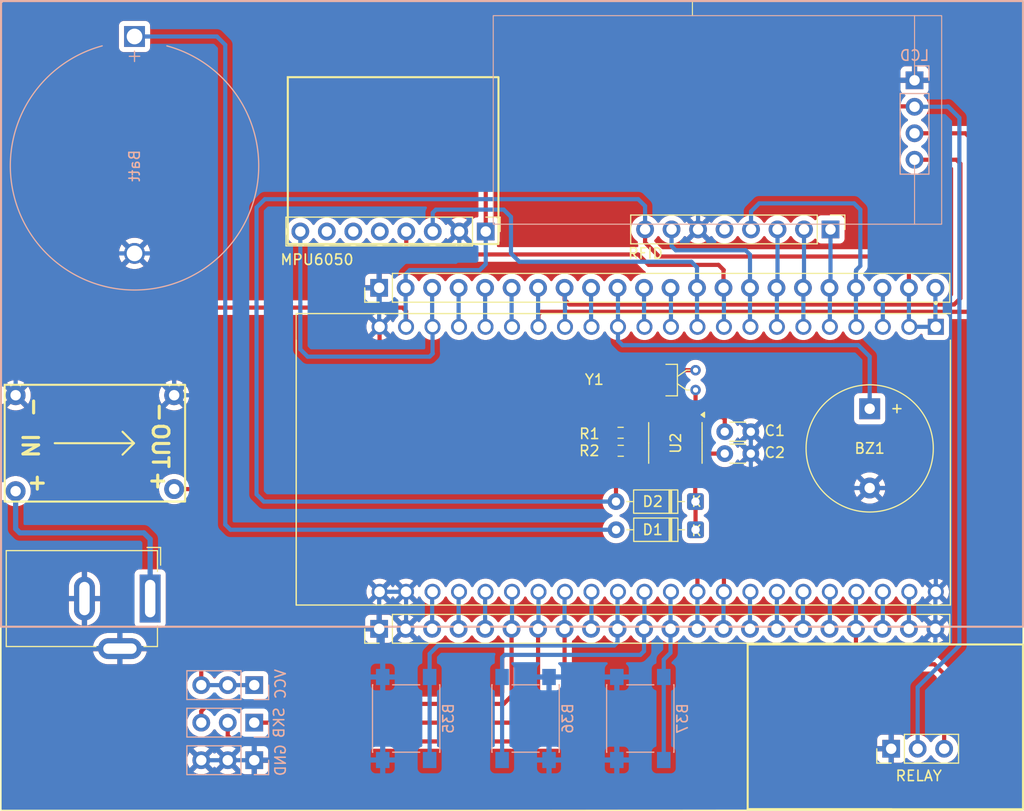
<source format=kicad_pcb>
(kicad_pcb (version 20241229) (generator "pcbnew") (generator_version "9.0")
  (layers (0 "F.Cu" signal) (2 "B.Cu" signal) (13 "F.Paste" user) (15 "B.Paste" user) (5 "F.SilkS" user "F.Silkscreen") (7 "B.SilkS" user "B.Silkscreen") (1 "F.Mask" user) (3 "B.Mask" user) (25 "Edge.Cuts" user))
  (net 0 "")
  (net 1 "Net-(BT1-+)")
  (net 2 "GND")
  (net 3 "/IO3")
  (net 4 "Net-(U2-OSCI)")
  (net 5 "Net-(U2-OSCO)")
  (net 6 "Net-(D1-K)")
  (net 7 "/3V3")
  (net 8 "/IO6")
  (net 9 "/IO15")
  (net 10 "/IO4")
  (net 11 "/IO5")
  (net 12 "/IO7")
  (net 13 "/IO10")
  (net 14 "/IO9")
  (net 15 "/5V")
  (net 16 "/IO13")
  (net 17 "/IO1")
  (net 18 "/IO11")
  (net 19 "/IO12")
  (net 20 "/IO16")
  (net 21 "/IO2")
  (net 22 "/IO17")
  (net 23 "/IO18")
  (net 24 "/RST")
  (net 25 "/IO14")
  (net 26 "/IO46")
  (net 27 "/IO8")
  (net 28 "/IO0")
  (net 29 "/IO37")
  (net 30 "/IO19")
  (net 31 "/IO40")
  (net 32 "/IO21")
  (net 33 "/IO41")
  (net 34 "/IO35")
  (net 35 "/IO45")
  (net 36 "/IO44")
  (net 37 "/IO42")
  (net 38 "/IO48")
  (net 39 "/IO20")
  (net 40 "/IO38")
  (net 41 "/IO36")
  (net 42 "/IO43")
  (net 43 "/IO39")
  (net 44 "/IO47")
  (net 47 "/Vin")
  (footprint "Resistor_SMD:R_0603_1608Metric_Pad0.98x0.95mm_HandSolder" (layer "F.Cu") (at 156.2125 76.5)
    (property "Reference" "R1")
    (property "Value" "10K" (hide yes))
  )
  (footprint "klemens:mini360" (layer "F.Cu") (at 105.7 77.4)
    (property "Reference" "J10" (hide yes))
    (property "Value" "Mini360" (hide yes))
  )
  (footprint "klemens:XCVR_ESP32-S3-DEVKITC-1-N8R2" (layer "F.Cu") (at 156.47 77.77 -90)
    (property "Reference" "U1" (hide yes))
    (property "Value" "ESP32-S3-DEVKITC-1-N8R2" (hide yes))
  )
  (footprint "Crystal:Crystal_DS26_D2.0mm_L6.0mm_Horizontal_1EP_style1" (layer "F.Cu") (at 163.4 70.5 -90)
    (property "Reference" "Y1")
    (property "Value" "32.768 KHz")
  )
  (footprint "Capacitor_THT:C_Disc_D3.0mm_W1.6mm_P2.50mm" (layer "F.Cu") (at 168.7 76.4 180)
    (property "Reference" "C1")
    (property "Value" "22pf" (hide yes))
  )
  (footprint "Connector_PinHeader_2.54mm:PinHeader_1x22_P2.54mm_Vertical" (layer "F.Cu") (at 133.06 95.3 90)
    (property "Reference" "J7" (hide yes))
    (property "Value" "Conn_01x22_Pin" (hide yes))
  )
  (footprint "Capacitor_THT:C_Disc_D3.0mm_W1.6mm_P2.50mm" (layer "F.Cu") (at 168.7 78.5 180)
    (property "Reference" "C2")
    (property "Value" "22pf" (hide yes))
  )
  (footprint "Connector_PinHeader_2.54mm:PinHeader_1x03_P2.54mm_Vertical" (layer "F.Cu") (at 182.16 106.8 90)
    (property "Reference" "RELAY")
    (property "Value" "Relay" (hide yes))
  )
  (footprint "Diode_THT:D_DO-35_SOD27_P7.62mm_Horizontal" (layer "F.Cu") (at 163.39 83.1 180)
    (property "Reference" "D2")
    (property "Value" "1N4148" (hide yes))
  )
  (footprint "Package_SO:SOIC-8_3.9x4.9mm_P1.27mm" (layer "F.Cu") (at 161.465 77.475 -90)
    (property "Reference" "U2")
    (property "Value" "PCF8563T" (hide yes))
  )
  (footprint "Diode_THT:D_DO-35_SOD27_P7.62mm_Horizontal" (layer "F.Cu") (at 163.4 85.8 180)
    (property "Reference" "D1")
    (property "Value" "1N4148" (hide yes))
  )
  (footprint "Connector_PinHeader_2.54mm:PinHeader_1x08_P2.54mm_Vertical" (layer "F.Cu") (at 176.34 57 -90)
    (property "Reference" "RFID")
    (property "Value" "RFID" (hide yes))
  )
  (footprint "Connector_PinHeader_2.54mm:PinHeader_1x08_P2.54mm_Vertical" (layer "F.Cu") (at 143.28 57.2 -90)
    (property "Reference" "MPU6050")
    (property "Value" "MPU6050" (hide yes))
  )
  (footprint "Connector_PinHeader_2.54mm:PinHeader_1x22_P2.54mm_Vertical" (layer "F.Cu") (at 133.06 62.6 90)
    (property "Reference" "J6" (hide yes))
    (property "Value" "Conn_01x22_Pin" (hide yes))
  )
  (footprint "Resistor_SMD:R_0603_1608Metric_Pad0.98x0.95mm_HandSolder" (layer "F.Cu") (at 156.225 78.23)
    (property "Reference" "R2")
    (property "Value" "10K" (hide yes))
  )
  (footprint "Connector_BarrelJack:BarrelJack_GCT_DCJ200-10-A_Horizontal" (layer "F.Cu") (at 111.1 92.4 -90)
    (property "Reference" "J11" (hide yes))
    (property "Value" "Barrel_Jack_Switch" (hide yes))
  )
  (footprint "Buzzer_Beeper:Buzzer_12x9.5RM7.6" (layer "F.Cu") (at 180.1 74.2 -90)
    (property "Reference" "BZ1")
    (property "Value" "Buzzer" (hide yes))
  )
  (footprint "Connector_PinHeader_2.54mm:PinHeader_1x03_P2.54mm_Vertical" (layer "B.Cu") (at 121.08 100.7 90)
    (property "Reference" "VCC")
    (property "Value" "VCC" (hide yes))
  )
  (footprint "Button_Switch_SMD:SW_SPST_PTS645" (layer "B.Cu") (at 158.1 103.9 90)
    (property "Reference" "B37")
    (property "Value" "SW_Push" (hide yes))
  )
  (footprint "Connector_PinHeader_2.54mm:PinHeader_1x04_P2.54mm_Vertical" (layer "B.Cu") (at 184.4 42.7 180)
    (property "Reference" "LCD")
    (property "Value" "LCD" (hide yes))
  )
  (footprint "Connector_PinHeader_2.54mm:PinHeader_1x03_P2.54mm_Vertical" (layer "B.Cu") (at 121.08 107.9 90)
    (property "Reference" "GND")
    (property "Value" "GND" (hide yes))
  )
  (footprint "Connector_PinHeader_2.54mm:PinHeader_1x03_P2.54mm_Vertical" (layer "B.Cu") (at 121.08 104.3 90)
    (property "Reference" "SKB")
    (property "Value" "Şarj-Kontak-Battery" (hide yes))
  )
  (footprint "Button_Switch_SMD:SW_SPST_PTS645" (layer "B.Cu") (at 135.65 103.9 90)
    (property "Reference" "B35")
    (property "Value" "Wifi Button" (hide yes))
  )
  (footprint "Battery:BatteryHolder_MYOUNG_BS-07-A1BJ001_CR2032" (layer "B.Cu") (at 109.6 38.5 -90)
    (property "Reference" "BT1" (hide yes))
    (property "Value" "Battery_Cell" (hide yes))
  )
  (footprint "Button_Switch_SMD:SW_SPST_PTS645" (layer "B.Cu") (at 147.1 103.9 90)
    (property "Reference" "B36")
    (property "Value" "SW_Push" (hide yes))
  )
  (gr_line (start 168.4 112.6) (end 182.2 112.6) (stroke (width 0.2)) (layer "F.SilkS"))
  (gr_line (start 163.1 35.1) (end 163.1 36.5) (stroke (width 0.1)) (layer "F.SilkS"))
  (gr_rect (start 124.3 42.4) (end 144.5 58.4) (stroke (width 0.2)) (fill no) (layer "F.SilkS"))
  (gr_rect (start 96.8 35.1) (end 194.8 112.7) (stroke (width 0.1)) (fill no) (layer "F.SilkS"))
  (gr_rect (start 168.4 96.8) (end 194.8 112.6) (stroke (width 0.2)) (fill no) (layer "F.SilkS"))
  (gr_rect (start 144 36.5) (end 187 56.5) (stroke (width 0.1)) (fill no) (layer "B.SilkS"))
  (gr_rect (start 96.8 35.1) (end 194.8 95.1) (stroke (width 0.2)) (fill no) (layer "B.SilkS"))
  (gr_line (start 184.4 56.5) (end 184.4 50.5) (stroke (width 0.1)) (layer "B.SilkS"))
  (gr_line (start 184.4 36.5) (end 184.4 42.5) (stroke (width 0.1)) (layer "B.SilkS"))
  (segment (start 117.5 38.5) (end 109.6 38.5) (width 0.4) (layer "B.Cu") (net 1))
  (segment (start 155.78 85.8) (end 118.8 85.8) (width 0.4) (layer "B.Cu") (net 1))
  (segment (start 118.3 39.3) (end 117.5 38.5) (width 0.4) (layer "B.Cu") (net 1))
  (segment (start 118.8 85.8) (end 118.3 85.3) (width 0.4) (layer "B.Cu") (net 1))
  (segment (start 118.3 85.3) (end 118.3 39.3) (width 0.4) (layer "B.Cu") (net 1))
  (segment (start 133.06 62.6) (end 113.8 62.6) (width 0.4) (layer "F.Cu") (net 2))
  (segment (start 152.4 68.6) (end 133.6 68.6) (width 0.4) (layer "F.Cu") (net 2))
  (segment (start 191.6 44.3) (end 191.6 81.1) (width 0.4) (layer "F.Cu") (net 2))
  (segment (start 133.6 68.6) (end 133.1 68.1) (width 0.4) (layer "F.Cu") (net 2))
  (segment (start 113.4 63) (end 113.4 72.9) (width 0.4) (layer "F.Cu") (net 2))
  (segment (start 159.56 75) (end 153.7 75) (width 0.4) (layer "F.Cu") (net 2))
  (segment (start 191.6 81.1) (end 190.9 81.8) (width 0.4) (layer "F.Cu") (net 2))
  (segment (start 184.4 42.7) (end 190 42.7) (width 0.4) (layer "F.Cu") (net 2))
  (segment (start 133.1 68.1) (end 133.1 66.34) (width 0.4) (layer "F.Cu") (net 2))
  (segment (start 190.9 81.8) (end 180.1 81.8) (width 0.4) (layer "F.Cu") (net 2))
  (segment (start 153.7 75) (end 152.9 74.2) (width 0.4) (layer "F.Cu") (net 2))
  (segment (start 113.8 62.6) (end 113.4 63) (width 0.4) (layer "F.Cu") (net 2))
  (segment (start 190 42.7) (end 191.6 44.3) (width 0.4) (layer "F.Cu") (net 2))
  (segment (start 152.9 69.1) (end 152.4 68.6) (width 0.4) (layer "F.Cu") (net 2))
  (segment (start 152.9 74.2) (end 152.9 69.1) (width 0.4) (layer "F.Cu") (net 2))
  (segment (start 135.64 91.75) (end 135.64 95.26) (width 0.4) (layer "B.Cu") (net 2))
  (segment (start 155.85 109.75) (end 155.8 109.8) (width 0.4) (layer "B.Cu") (net 2))
  (segment (start 117 95.3) (end 116.5 94.8) (width 0.4) (layer "B.Cu") (net 2))
  (segment (start 116.5 95.4) (end 116.5 94.8) (width 0.4) (layer "B.Cu") (net 2))
  (segment (start 112.7 59.3) (end 109.6 59.3) (width 0.4) (layer "B.Cu") (net 2))
  (segment (start 116.5 92.7) (end 116.5 92.5) (width 0.4) (layer "B.Cu") (net 2))
  (segment (start 186.4 96.6) (end 186.4 95.3) (width 0.4) (layer "B.Cu") (net 2))
  (segment (start 181.8 109.8) (end 182.16 109.44) (width 0.4) (layer "B.Cu") (net 2))
  (segment (start 116.5 92.5) (end 116.5 73.6) (width 0.4) (layer "B.Cu") (net 2))
  (segment (start 168.7 81.1) (end 168.7 78.5) (width 0.4) (layer "B.Cu") (net 2))
  (segment (start 133.06 91.79) (end 133.1 91.75) (width 0.4) (layer "B.Cu") (net 2))
  (segment (start 117 95.3) (end 116.5 95.8) (width 0.4) (layer "B.Cu") (net 2))
  (segment (start 116.5 95.8) (end 116.5 95.4) (width 0.4) (layer "B.Cu") (net 2))
  (segment (start 164.4 42.7) (end 184.4 42.7) (width 0.4) (layer "B.Cu") (net 2))
  (segment (start 186.4 95.3) (end 186.4 91.79) (width 0.4) (layer "B.Cu") (net 2))
  (segment (start 182.16 109.44) (end 182.16 106.8) (width 0.4) (layer "B.Cu") (net 2))
  (segment (start 116.5 96.6) (end 116.5 95.8) (width 0.4) (layer "B.Cu") (net 2))
  (segment (start 186.44 82.64) (end 185.6 81.8) (width 0.4) (layer "B.Cu") (net 2))
  (segment (start 115.9 97.2) (end 116.5 96.6) (width 0.4) (layer "B.Cu") (net 2))
  (segment (start 133.06 95.3) (end 133.06 91.79) (width 0.4) (layer "B.Cu") (net 2))
  (segment (start 105.6 97.2) (end 108.2 97.2) (width 0.4) (layer "B.Cu") (net 2))
  (segment (start 155.85 107.88) (end 155.85 99.92) (width 0.4) (layer "B.Cu") (net 2))
  (segment (start 186.44 91.75) (end 186.44 82.64) (width 0.4) (layer "B.Cu") (net 2))
  (segment (start 116.5 73.6) (end 115.8 72.9) (width 0.4) (layer "B.Cu") (net 2))
  (segment (start 163.64 57) (end 163.64 43.46) (width 0.4) (layer "B.Cu") (net 2))
  (segment (start 133.4 107.88) (end 133.4 109.4) (width 0.4) (layer "B.Cu") (net 2))
  (segment (start 116 107.9) (end 118.54 107.9) (width 0.4) (layer "B.Cu") (net 2))
  (segment (start 140.74 57.2) (end 140.74 59.76) (width 0.4) (layer "B.Cu") (net 2))
  (segment (start 149.2 109.8) (end 155.8 109.8) (width 0.4) (layer "B.Cu") (net 2))
  (segment (start 133.1 91.75) (end 135.64 91.75) (width 0.4) (layer "B.Cu") (net 2))
  (segment (start 133.4 99.92) (end 133.4 94.8) (width 0.4) (layer "B.Cu") (net 2))
  (segment (start 116.5 92.9) (end 116.5 92.7) (width 0.4) (layer "B.Cu") (net 2))
  (segment (start 140.4 60.1) (end 133.6 60.1) (width 0.4) (layer "B.Cu") (net 2))
  (segment (start 133.4 107.88) (end 133.4 99.92) (width 0.4) (layer "B.Cu") (net 2))
  (segment (start 133.06 60.64) (end 133.06 62.6) (width 0.4) (layer "B.Cu") (net 2))
  (segment (start 104.8 92.4) (end 104.8 96.4) (width 0.4) (layer "B.Cu") (net 2))
  (segment (start 182.16 100.84) (end 186.4 96.6) (width 0.4) (layer "B.Cu") (net 2))
  (segment (start 99.3 59.3) (end 109.6 59.3) (width 0.4) (layer "B.Cu") (net 2))
  (segment (start 180.1 81.8) (end 169.4 81.8) (width 0.4) (layer "B.Cu") (net 2))
  (segment (start 185.6 81.8) (end 180.1 81.8) (width 0.4) (layer "B.Cu") (net 2))
  (segment (start 115.8 72.9) (end 113.4 72.9) (width 0.4) (layer "B.Cu") (net 2))
  (segment (start 98.2 72.9) (end 98.2 60.4) (width 0.4) (layer "B.Cu") (net 2))
  (segment (start 168.7 78.5) (end 168.7 76.4) (width 0.4) (layer "B.Cu") (net 2))
  (segment (start 133.06 95.3) (end 117 95.3) (width 0.4) (layer "B.Cu") (net 2))
  (segment (start 155.85 107.88) (end 155.85 109.75) (width 0.4) (layer "B.Cu") (net 2))
  (segment (start 104.8 96.4) (end 105.6 97.2) (width 0.4) (layer "B.Cu") (net 2))
  (segment (start 140.74 59.76) (end 140.4 60.1) (width 0.4) (layer "B.Cu") (net 2))
  (segment (start 155.8 109.8) (end 181.8 109.8) (width 0.4) (layer "B.Cu") (net 2))
  (segment (start 133.4 109.4) (end 133.8 109.8) (width 0.4) (layer "B.Cu") (net 2))
  (segment (start 116.6 95.3) (end 116.5 95.4) (width 0.4) (layer "B.Cu") (net 2))
  (segment (start 104.9 92.9) (end 105.4 93.4) (width 0.4) (layer "B.Cu") (net 2))
  (segment (start 155.85 99.92) (end 149.35 99.92) (width 0.4) (layer "B.Cu") (net 2))
  (segment (start 121.08 107.9) (end 133.26 107.9) (width 0.4) (layer "B.Cu") (net 2))
  (segment (start 98.2 60.4) (end 99.3 59.3) (width 0.4) (layer "B.Cu") (net 2))
  (segment (start 169.4 81.8) (end 168.7 81.1) (width 0.4) (layer "B.Cu") (net 2))
  (segment (start 116.5 94.8) (end 116.5 93.3) (width 0.4) (layer "B.Cu") (net 2))
  (segment (start 163.64 43.46) (end 164.4 42.7) (width 0.4) (layer "B.Cu") (net 2))
  (segment (start 149.35 107.88) (end 149.35 109.65) (width 0.4) (layer "B.Cu") (net 2))
  (segment (start 133.8 109.8) (end 148.8 109.8) (width 0.4) (layer "B.Cu") (net 2))
  (segment (start 182.16 106.8) (end 182.16 100.84) (width 0.4) (layer "B.Cu") (net 2))
  (segment (start 113.4 72.9) (end 113.4 60) (width 0.4) (layer "B.Cu") (net 2))
  (segment (start 186.4 91.79) (end 186.44 91.75) (width 0.4) (layer "B.Cu") (net 2))
  (segment (start 116.5 93.3) (end 116.5 92.7) (width 0.4) (layer "B.Cu") (net 2))
  (segment (start 149.35 109.65) (end 149.2 109.8) (width 0.4) (layer "B.Cu") (net 2))
  (segment (start 135.64 95.26) (end 135.6 95.3) (width 0.4) (layer "B.Cu") (net 2))
  (segment (start 133.06 62.6) (end 133.06 66.3) (width 0.4) (layer "B.Cu") (net 2))
  (segment (start 133.06 66.3) (end 133.1 66.34) (width 0.4) (layer "B.Cu") (net 2))
  (segment (start 148.8 109.8) (end 149.2 109.8) (width 0.4) (layer "B.Cu") (net 2))
  (segment (start 133.38 107.9) (end 133.4 107.88) (width 0.4) (layer "B.Cu") (net 2))
  (segment (start 133.6 60.1) (end 133.06 60.64) (width 0.4) (layer "B.Cu") (net 2))
  (segment (start 117 95.3) (end 116.6 95.3) (width 0.4) (layer "B.Cu") (net 2))
  (segment (start 118.54 107.9) (end 121.08 107.9) (width 0.4) (layer "B.Cu") (net 2))
  (segment (start 113.4 60) (end 112.7 59.3) (width 0.4) (layer "B.Cu") (net 2))
  (segment (start 108.2 97.2) (end 115.9 97.2) (width 0.4) (layer "B.Cu") (net 2))
  (segment (start 156.4 68.1) (end 155.96 67.66) (width 0.4) (layer "B.Cu") (net 3))
  (segment (start 179 68.1) (end 156.4 68.1) (width 0.4) (layer "B.Cu") (net 3))
  (segment (start 180.1 74.2) (end 180.1 69.2) (width 0.4) (layer "B.Cu") (net 3))
  (segment (start 155.96 67.66) (end 155.96 66.34) (width 0.4) (layer "B.Cu") (net 3))
  (segment (start 155.96 62.64) (end 155.92 62.6) (width 0.4) (layer "B.Cu") (net 3))
  (segment (start 180.1 69.2) (end 179 68.1) (width 0.4) (layer "B.Cu") (net 3))
  (segment (start 155.96 66.34) (end 155.96 62.64) (width 0.4) (layer "B.Cu") (net 3))
  (segment (start 163.4 72.4) (end 163.4 74.97) (width 0.4) (layer "F.Cu") (net 4))
  (segment (start 166 75) (end 166.2 75.2) (width 0.4) (layer "F.Cu") (net 4))
  (segment (start 163.4 74.97) (end 163.37 75) (width 0.4) (layer "F.Cu") (net 4))
  (segment (start 166.2 75.2) (end 166.2 76.4) (width 0.4) (layer "F.Cu") (net 4))
  (segment (start 163.37 75) (end 166 75) (width 0.4) (layer "F.Cu") (net 4))
  (segment (start 162.4 70.5) (end 163.4 70.5) (width 0.4) (layer "F.Cu") (net 5))
  (segment (start 162.5 78.5) (end 162.1 78.1) (width 0.4) (layer "F.Cu") (net 5))
  (segment (start 162.1 70.8) (end 162.4 70.5) (width 0.4) (layer "F.Cu") (net 5))
  (segment (start 162.1 75) (end 162.1 70.8) (width 0.4) (layer "F.Cu") (net 5))
  (segment (start 162.1 78.1) (end 162.1 75) (width 0.4) (layer "F.Cu") (net 5))
  (segment (start 166.2 78.5) (end 162.5 78.5) (width 0.4) (layer "F.Cu") (net 5))
  (segment (start 163.4 85.8) (end 163.4 83.11) (width 0.4) (layer "F.Cu") (net 6))
  (segment (start 163.37 79.95) (end 163.37 83.08) (width 0.4) (layer "F.Cu") (net 6))
  (segment (start 163.4 83.11) (end 163.39 83.1) (width 0.4) (layer "F.Cu") (net 6))
  (segment (start 163.37 83.08) (end 163.39 83.1) (width 0.4) (layer "F.Cu") (net 6))
  (segment (start 163.4 83.11) (end 163.39 83.1) (width 0.4) (layer "B.Cu") (net 6))
  (segment (start 155.3 79.8) (end 155.3125 79.7875) (width 0.4) (layer "F.Cu") (net 7))
  (segment (start 158.56 57) (end 158.56 58.26) (width 0.4) (layer "F.Cu") (net 7))
  (segment (start 155.2825 78.2) (end 155.3125 78.23) (width 0.4) (layer "F.Cu") (net 7))
  (segment (start 183.86 60.06) (end 183.86 62.6) (width 0.4) (layer "F.Cu") (net 7))
  (segment (start 183.8 66.24) (end 183.9 66.34) (width 0.2) (layer "F.Cu") (net 7))
  (segment (start 155.3125 76.5125) (end 155.3 76.5) (width 0.4) (layer "F.Cu") (net 7))
  (segment (start 158.56 58.26) (end 159.9 59.6) (width 0.4) (layer "F.Cu") (net 7))
  (segment (start 183.4 59.6) (end 183.86 60.06) (width 0.4) (layer "F.Cu") (net 7))
  (segment (start 155.3125 79.7875) (end 155.3125 78.23) (width 0.4) (layer "F.Cu") (net 7))
  (segment (start 159.9 59.6) (end 183.4 59.6) (width 0.4) (layer "F.Cu") (net 7))
  (segment (start 155.77 80.27) (end 155.3 79.8) (width 0.4) (layer "F.Cu") (net 7))
  (segment (start 155.77 83.1) (end 155.77 80.27) (width 0.4) (layer "F.Cu") (net 7))
  (segment (start 155.3125 78.23) (end 155.3125 76.5125) (width 0.4) (layer "F.Cu") (net 7))
  (segment (start 155.77 83.1) (end 122 83.1) (width 0.4) (layer "B.Cu") (net 7))
  (segment (start 121.3 54.9) (end 122.1 54.1) (width 0.4) (layer "B.Cu") (net 7))
  (segment (start 183.8 66.24) (end 183.9 66.34) (width 0.2) (layer "B.Cu") (net 7))
  (segment (start 158.56 54.76) (end 158.56 57) (width 0.4) (layer "B.Cu") (net 7))
  (segment (start 183.86 66.3) (end 183.9 66.34) (width 0.4) (layer "B.Cu") (net 7))
  (segment (start 186.4 66.3) (end 186.44 66.34) (width 0.4) (layer "B.Cu") (net 7))
  (segment (start 157.9 54.1) (end 158.56 54.76) (width 0.4) (layer "B.Cu") (net 7))
  (segment (start 183.9 66.34) (end 186.44 66.34) (width 0.4) (layer "B.Cu") (net 7))
  (segment (start 186.4 62.6) (end 186.4 66.3) (width 0.4) (layer "B.Cu") (net 7))
  (segment (start 121.3 82.4) (end 121.3 54.9) (width 0.4) (layer "B.Cu") (net 7))
  (segment (start 122.1 54.1) (end 157.9 54.1) (width 0.4) (layer "B.Cu") (net 7))
  (segment (start 183.86 62.6) (end 183.86 66.3) (width 0.4) (layer "B.Cu") (net 7))
  (segment (start 122 83.1) (end 121.3 82.4) (width 0.4) (layer "B.Cu") (net 7))
  (segment (start 173.64 66.24) (end 173.74 66.34) (width 0.2) (layer "F.Cu") (net 8))
  (segment (start 173.74 62.64) (end 173.7 62.6) (width 0.4) (layer "B.Cu") (net 8))
  (segment (start 173.8 62.5) (end 173.7 62.6) (width 0.4) (layer "B.Cu") (net 8))
  (segment (start 173.74 66.34) (end 173.74 62.64) (width 0.4) (layer "B.Cu") (net 8))
  (segment (start 173.8 57) (end 173.8 62.5) (width 0.4) (layer "B.Cu") (net 8))
  (segment (start 168.62 59.42) (end 168.62 62.6) (width 0.4) (layer "B.Cu") (net 9))
  (segment (start 161.1 58.6) (end 161.5 59) (width 0.4) (layer "B.Cu") (net 9))
  (segment (start 168.2 59) (end 168.62 59.42) (width 0.4) (layer "B.Cu") (net 9))
  (segment (start 168.62 66.3) (end 168.66 66.34) (width 0.4) (layer "B.Cu") (net 9))
  (segment (start 161.1 57) (end 161.1 58.6) (width 0.4) (layer "B.Cu") (net 9))
  (segment (start 161.5 59) (end 168.2 59) (width 0.4) (layer "B.Cu") (net 9))
  (segment (start 168.62 62.6) (end 168.62 66.3) (width 0.4) (layer "B.Cu") (net 9))
  (segment (start 178.72 66.24) (end 178.82 66.34) (width 0.2) (layer "F.Cu") (net 10))
  (segment (start 178.8 61) (end 178.78 61.02) (width 0.4) (layer "B.Cu") (net 10))
  (segment (start 178.6 54.5) (end 179.2 55.1) (width 0.4) (layer "B.Cu") (net 10))
  (segment (start 168.72 57) (end 168.72 55.28) (width 0.4) (layer "B.Cu") (net 10))
  (segment (start 169.5 54.5) (end 178.6 54.5) (width 0.4) (layer "B.Cu") (net 10))
  (segment (start 178.72 66.24) (end 178.82 66.34) (width 0.4) (layer "B.Cu") (net 10))
  (segment (start 178.78 66.3) (end 178.82 66.34) (width 0.4) (layer "B.Cu") (net 10))
  (segment (start 178.78 62.6) (end 178.78 66.3) (width 0.4) (layer "B.Cu") (net 10))
  (segment (start 179.2 60.5) (end 178.8 60.9) (width 0.4) (layer "B.Cu") (net 10))
  (segment (start 179.2 55.1) (end 179.2 60.5) (width 0.4) (layer "B.Cu") (net 10))
  (segment (start 178.8 60.9) (end 178.8 61) (width 0.4) (layer "B.Cu") (net 10))
  (segment (start 168.72 55.28) (end 169.5 54.5) (width 0.4) (layer "B.Cu") (net 10))
  (segment (start 178.78 61.02) (end 178.78 62.6) (width 0.4) (layer "B.Cu") (net 10))
  (segment (start 176.18 66.24) (end 176.28 66.34) (width 0.2) (layer "F.Cu") (net 11))
  (segment (start 176.34 57) (end 176.34 62.5) (width 0.4) (layer "B.Cu") (net 11))
  (segment (start 176.28 62.64) (end 176.24 62.6) (width 0.4) (layer "B.Cu") (net 11))
  (segment (start 176.34 62.5) (end 176.24 62.6) (width 0.4) (layer "B.Cu") (net 11))
  (segment (start 176.18 66.24) (end 176.28 66.34) (width 0.2) (layer "B.Cu") (net 11))
  (segment (start 176.28 66.34) (end 176.28 62.64) (width 0.4) (layer "B.Cu") (net 11))
  (segment (start 171.1 66.24) (end 171.2 66.34) (width 0.2) (layer "F.Cu") (net 12))
  (segment (start 171.26 62.5) (end 171.16 62.6) (width 0.4) (layer "B.Cu") (net 12))
  (segment (start 171.2 66.34) (end 171.2 62.64) (width 0.4) (layer "B.Cu") (net 12))
  (segment (start 171.1 66.24) (end 171.2 66.34) (width 0.4) (layer "B.Cu") (net 12))
  (segment (start 171.26 57) (end 171.26 62.5) (width 0.4) (layer "B.Cu") (net 12))
  (segment (start 171.2 62.64) (end 171.16 62.6) (width 0.4) (layer "B.Cu") (net 12))
  (segment (start 148.3 65.2) (end 148.34 65.24) (width 0.4) (layer "F.Cu") (net 13))
  (segment (start 148.6 64.9) (end 148.3 65.2) (width 0.4) (layer "F.Cu") (net 13))
  (segment (start 189.28 47.78) (end 190.4 48.9) (width 0.4) (layer "F.Cu") (net 13))
  (segment (start 189.5 64.9) (end 148.6 64.9) (width 0.4) (layer "F.Cu") (net 13))
  (segment (start 190.4 48.9) (end 190.4 64) (width 0.4) (layer "F.Cu") (net 13))
  (segment (start 148.34 65.24) (end 148.34 66.34) (width 0.4) (layer "F.Cu") (net 13))
  (segment (start 184.4 47.78) (end 189.28 47.78) (width 0.4) (layer "F.Cu") (net 13))
  (segment (start 190.4 64) (end 189.5 64.9) (width 0.4) (layer "F.Cu") (net 13))
  (segment (start 148.3 66.3) (end 148.34 66.34) (width 0.4) (layer "B.Cu") (net 13))
  (segment (start 148.3 62.6) (end 148.3 66.3) (width 0.4) (layer "B.Cu") (net 13))
  (segment (start 188.8 63.6) (end 188.2 64.2) (width 0.4) (layer "F.Cu") (net 14))
  (segment (start 188.2 64.2) (end 151.3 64.2) (width 0.4) (layer "F.Cu") (net 14))
  (segment (start 188.42 50.32) (end 188.8 50.7) (width 0.4) (layer "F.Cu") (net 14))
  (segment (start 150.84 63.74) (end 150.84 62.6) (width 0.4) (layer "F.Cu") (net 14))
  (segment (start 151.3 64.2) (end 150.84 63.74) (width 0.4) (layer "F.Cu") (net 14))
  (segment (start 188.8 50.7) (end 188.8 63.6) (width 0.4) (layer "F.Cu") (net 14))
  (segment (start 184.4 50.32) (end 188.42 50.32) (width 0.4) (layer "F.Cu") (net 14))
  (segment (start 150.88 62.64) (end 150.84 62.6) (width 0.4) (layer "B.Cu") (net 14))
  (segment (start 150.88 66.34) (end 150.88 62.64) (width 0.4) (layer "B.Cu") (net 14))
  (segment (start 184.4 45.24) (end 184.36 45.2) (width 0.4) (layer "F.Cu") (net 15))
  (segment (start 115.7 82.1) (end 116 81.8) (width 0.4) (layer "F.Cu") (net 15))
  (segment (start 115.5 81.9) (end 115.7 82.1) (width 0.4) (layer "F.Cu") (net 15))
  (segment (start 116 81.4) (end 115.5 81.9) (width 0.4) (layer "F.Cu") (net 15))
  (segment (start 135.64 64.84) (end 135.3 64.5) (width 0.4) (layer "F.Cu") (net 15))
  (segment (start 116 100.7) (end 116 82.4) (width 0.4) (layer "F.Cu") (net 15))
  (segment (start 135.64 66.34) (end 135.64 64.84) (width 0.4) (layer "F.Cu") (net 15))
  (segment (start 116 81.8) (end 116 82.4) (width 0.4) (layer "F.Cu") (net 15))
  (segment (start 116.8 64.5) (end 116 65.3) (width 0.4) (layer "F.Cu") (net 15))
  (segment (start 143.8 45.2) (end 143.28 45.72) (width 0.4) (layer "F.Cu") (net 15))
  (segment (start 115.7 82.1) (end 116 82.4) (width 0.4) (layer "F.Cu") (net 15))
  (segment (start 143.28 45.72) (end 143.28 57.2) (width 0.4) (layer "F.Cu") (net 15))
  (segment (start 116 65.3) (end 116 80.7) (width 0.4) (layer "F.Cu") (net 15))
  (segment (start 116 80.7) (end 116 81.4) (width 0.4) (layer "F.Cu") (net 15))
  (segment (start 116 80.7) (end 116 81.8) (width 0.4) (layer "F.Cu") (net 15))
  (segment (start 135.3 64.5) (end 116.8 64.5) (width 0.4) (layer "F.Cu") (net 15))
  (segment (start 115.5 81.9) (end 113.4 81.9) (width 0.4) (layer "F.Cu") (net 15))
  (segment (start 184.36 45.2) (end 143.8 45.2) (width 0.4) (layer "F.Cu") (net 15))
  (segment (start 187.95 45.55) (end 187.6 45.2) (width 0.4) (layer "B.Cu") (net 15))
  (segment (start 184.7 100.9) (end 188.7 96.9) (width 0.4) (layer "B.Cu") (net 15))
  (segment (start 143.28 60.32) (end 142.7 60.9) (width 0.4) (layer "B.Cu") (net 15))
  (segment (start 143.28 57.2) (end 143.28 60.32) (width 0.4) (layer "B.Cu") (net 15))
  (segment (start 142.7 60.9) (end 136 60.9) (width 0.4) (layer "B.Cu") (net 15))
  (segment (start 135.6 61.3) (end 135.6 62.6) (width 0.4) (layer "B.Cu") (net 15))
  (segment (start 116 100.7) (end 118.54 100.7) (width 0.4) (layer "B.Cu") (net 15))
  (segment (start 135.6 62.6) (end 135.6 66.3) (width 0.4) (layer "B.Cu") (net 15))
  (segment (start 118.54 100.7) (end 121.08 100.7) (width 0.4) (layer "B.Cu") (net 15))
  (segment (start 188.7 46.3) (end 187.95 45.55) (width 0.4) (layer "B.Cu") (net 15))
  (segment (start 188.7 96.9) (end 188.7 46.3) (width 0.4) (layer "B.Cu") (net 15))
  (segment (start 184.7 106.8) (end 184.7 100.9) (width 0.4) (layer "B.Cu") (net 15))
  (segment (start 187.64 45.24) (end 187.95 45.55) (width 0.4) (layer "B.Cu") (net 15))
  (segment (start 184.4 45.24) (end 187.64 45.24) (width 0.4) (layer "B.Cu") (net 15))
  (segment (start 136 60.9) (end 135.6 61.3) (width 0.4) (layer "B.Cu") (net 15))
  (segment (start 135.6 66.3) (end 135.64 66.34) (width 0.4) (layer "B.Cu") (net 15))
  (segment (start 140.68 62.6) (end 140.68 66.3) (width 0.4) (layer "B.Cu") (net 16))
  (segment (start 140.68 66.3) (end 140.72 66.34) (width 0.4) (layer "B.Cu") (net 16))
  (segment (start 186.3 98.7) (end 179.4 98.7) (width 0.4) (layer "F.Cu") (net 17))
  (segment (start 187.24 106.8) (end 187.24 99.64) (width 0.4) (layer "F.Cu") (net 17))
  (segment (start 187.24 99.64) (end 186.3 98.7) (width 0.4) (layer "F.Cu") (net 17))
  (segment (start 178.78 98.08) (end 178.78 95.3) (width 0.4) (layer "F.Cu") (net 17))
  (segment (start 179.4 98.7) (end 178.78 98.08) (width 0.4) (layer "F.Cu") (net 17))
  (segment (start 178.78 95.3) (end 178.78 91.79) (width 0.4) (layer "B.Cu") (net 17))
  (segment (start 178.78 91.79) (end 178.82 91.75) (width 0.4) (layer "B.Cu") (net 17))
  (segment (start 145.76 62.6) (end 145.76 66.3) (width 0.4) (layer "B.Cu") (net 18))
  (segment (start 145.76 66.3) (end 145.8 66.34) (width 0.4) (layer "B.Cu") (net 18))
  (segment (start 143.2 62.8) (end 143.16 62.76) (width 0.4) (layer "F.Cu") (net 19))
  (segment (start 143.22 62.6) (end 143.22 66.3) (width 0.4) (layer "B.Cu") (net 19))
  (segment (start 143.22 66.3) (end 143.26 66.34) (width 0.4) (layer "B.Cu") (net 19))
  (segment (start 136.4 59.4) (end 157.9 59.4) (width 0.4) (layer "F.Cu") (net 20))
  (segment (start 135.66 57.2) (end 135.66 58.66) (width 0.4) (layer "F.Cu") (net 20))
  (segment (start 135.66 58.66) (end 136.4 59.4) (width 0.4) (layer "F.Cu") (net 20))
  (segment (start 166.1 60.9) (end 166.08 60.92) (width 0.4) (layer "F.Cu") (net 20))
  (segment (start 165.6 60.4) (end 166.1 60.9) (width 0.4) (layer "F.Cu") (net 20))
  (segment (start 166.08 60.92) (end 166.08 62.6) (width 0.4) (layer "F.Cu") (net 20))
  (segment (start 158.9 60.4) (end 165.6 60.4) (width 0.4) (layer "F.Cu") (net 20))
  (segment (start 157.9 59.4) (end 158.9 60.4) (width 0.4) (layer "F.Cu") (net 20))
  (segment (start 166.12 62.64) (end 166.08 62.6) (width 0.4) (layer "B.Cu") (net 20))
  (segment (start 166.02 66.24) (end 166.12 66.34) (width 0.4) (layer "B.Cu") (net 20))
  (segment (start 166.12 66.34) (end 166.12 62.64) (width 0.4) (layer "B.Cu") (net 20))
  (segment (start 176.28 95.26) (end 176.24 95.3) (width 0.4) (layer "B.Cu") (net 21))
  (segment (start 176.28 91.75) (end 176.28 95.26) (width 0.4) (layer "B.Cu") (net 21))
  (segment (start 145 55.1) (end 145.7 55.8) (width 0.4) (layer "B.Cu") (net 22))
  (segment (start 163.54 62.6) (end 163.54 66.3) (width 0.4) (layer "B.Cu") (net 22))
  (segment (start 163 60.1) (end 163.54 60.64) (width 0.4) (layer "B.Cu") (net 22))
  (segment (start 163.54 60.64) (end 163.54 62.6) (width 0.4) (layer "B.Cu") (net 22))
  (segment (start 146.5 60.1) (end 163 60.1) (width 0.4) (layer "B.Cu") (net 22))
  (segment (start 163.54 66.3) (end 163.58 66.34) (width 0.4) (layer "B.Cu") (net 22))
  (segment (start 145.7 59.3) (end 146.5 60.1) (width 0.4) (layer "B.Cu") (net 22))
  (segment (start 138.5 55.1) (end 145 55.1) (width 0.4) (layer "B.Cu") (net 22))
  (segment (start 145.7 55.8) (end 145.7 59.3) (width 0.4) (layer "B.Cu") (net 22))
  (segment (start 138.2 57.2) (end 138.2 55.4) (width 0.4) (layer "B.Cu") (net 22))
  (segment (start 163.48 66.24) (end 163.58 66.34) (width 0.4) (layer "B.Cu") (net 22))
  (segment (start 138.2 55.4) (end 138.5 55.1) (width 0.4) (layer "B.Cu") (net 22))
  (segment (start 161.04 66.34) (end 161.04 62.64) (width 0.4) (layer "B.Cu") (net 23))
  (segment (start 161.04 62.64) (end 161 62.6) (width 0.4) (layer "B.Cu") (net 23))
  (segment (start 181.26 66.24) (end 181.36 66.34) (width 0.2) (layer "F.Cu") (net 24))
  (segment (start 181.36 66.34) (end 181.36 62.64) (width 0.4) (layer "B.Cu") (net 24))
  (segment (start 181.36 62.64) (end 181.32 62.6) (width 0.4) (layer "B.Cu") (net 24))
  (segment (start 181.26 66.24) (end 181.36 66.34) (width 0.4) (layer "B.Cu") (net 24))
  (segment (start 138.18 68.88) (end 138.18 66.34) (width 0.4) (layer "B.Cu") (net 25))
  (segment (start 138.14 66.3) (end 138.18 66.34) (width 0.4) (layer "B.Cu") (net 25))
  (segment (start 126.2 69.2) (end 137.9 69.2) (width 0.4) (layer "B.Cu") (net 25))
  (segment (start 138.2 68.9) (end 138.18 68.88) (width 0.4) (layer "B.Cu") (net 25))
  (segment (start 125.5 68.5) (end 126.2 69.2) (width 0.4) (layer "B.Cu") (net 25))
  (segment (start 137.9 69.2) (end 138.2 68.9) (width 0.4) (layer "B.Cu") (net 25))
  (segment (start 125.5 57.2) (end 125.5 68.5) (width 0.4) (layer "B.Cu") (net 25))
  (segment (start 138.14 62.6) (end 138.14 66.3) (width 0.4) (layer "B.Cu") (net 25))
  (segment (start 153.38 66.3) (end 153.42 66.34) (width 0.4) (layer "B.Cu") (net 26))
  (segment (start 153.38 62.6) (end 153.38 66.3) (width 0.4) (layer "B.Cu") (net 26))
  (segment (start 158.46 62.6) (end 158.46 66.3) (width 0.4) (layer "B.Cu") (net 27))
  (segment (start 158.46 66.3) (end 158.5 66.34) (width 0.4) (layer "B.Cu") (net 27))
  (segment (start 153.42 95.26) (end 153.38 95.3) (width 0.4) (layer "B.Cu") (net 28))
  (segment (start 153.42 91.75) (end 153.42 95.26) (width 0.4) (layer "B.Cu") (net 28))
  (segment (start 161 91.79) (end 161.04 91.75) (width 0.4) (layer "B.Cu") (net 29))
  (segment (start 161 97.6) (end 161 95.3) (width 0.4) (layer "B.Cu") (net 29))
  (segment (start 160.35 107.88) (end 160.35 99.92) (width 0.4) (layer "B.Cu") (net 29))
  (segment (start 160.35 99.92) (end 160.35 98.25) (width 0.4) (layer "B.Cu") (net 29))
  (segment (start 161 95.3) (end 161 91.79) (width 0.4) (layer "B.Cu") (net 29))
  (segment (start 160.35 98.25) (end 161 97.6) (width 0.4) (layer "B.Cu") (net 29))
  (segment (start 138.14 95.3) (end 138.14 91.79) (width 0.4) (layer "B.Cu") (net 30))
  (segment (start 138.14 91.79) (end 138.18 91.75) (width 0.4) (layer "B.Cu") (net 30))
  (segment (start 168.62 91.79) (end 168.66 91.75) (width 0.4) (layer "B.Cu") (net 31))
  (segment (start 168.62 95.3) (end 168.62 91.79) (width 0.4) (layer "B.Cu") (net 31))
  (segment (start 143.22 95.3) (end 143.22 91.79) (width 0.4) (layer "B.Cu") (net 32))
  (segment (start 143.22 91.79) (end 143.26 91.75) (width 0.4) (layer "B.Cu") (net 32))
  (segment (start 171.2 91.75) (end 171.2 95.26) (width 0.4) (layer "B.Cu") (net 33))
  (segment (start 171.2 95.26) (end 171.16 95.3) (width 0.4) (layer "B.Cu") (net 33))
  (segment (start 137.9 107.88) (end 137.9 99.92) (width 0.4) (layer "B.Cu") (net 34))
  (segment (start 155.92 91.79) (end 155.96 91.75) (width 0.4) (layer "B.Cu") (net 34))
  (segment (start 155.92 96.58) (end 155.92 95.3) (width 0.4) (layer "B.Cu") (net 34))
  (segment (start 138.7 96.9) (end 155.6 96.9) (width 0.4) (layer "B.Cu") (net 34))
  (segment (start 137.9 99.92) (end 137.9 97.7) (width 0.4) (layer "B.Cu") (net 34))
  (segment (start 155.6 96.9) (end 155.92 96.58) (width 0.4) (layer "B.Cu") (net 34))
  (segment (start 137.9 97.7) (end 138.7 96.9) (width 0.4) (layer "B.Cu") (net 34))
  (segment (start 155.92 95.3) (end 155.92 91.79) (width 0.4) (layer "B.Cu") (net 34))
  (segment (start 118.54 105.54) (end 119.1 106.1) (width 0.4) (layer "F.Cu") (net 35))
  (segment (start 118.54 104.3) (end 118.54 105.54) (width 0.4) (layer "F.Cu") (net 35))
  (segment (start 150.3 106.1) (end 150.84 105.56) (width 0.4) (layer "F.Cu") (net 35))
  (segment (start 119.1 106.1) (end 150.3 106.1) (width 0.4) (layer "F.Cu") (net 35))
  (segment (start 150.84 105.56) (end 150.84 95.3) (width 0.4) (layer "F.Cu") (net 35))
  (segment (start 150.84 91.79) (end 150.88 91.75) (width 0.4) (layer "B.Cu") (net 35))
  (segment (start 150.84 95.3) (end 150.84 91.79) (width 0.4) (layer "B.Cu") (net 35))
  (segment (start 181.36 95.26) (end 181.32 95.3) (width 0.4) (layer "B.Cu") (net 36))
  (segment (start 181.36 91.75) (end 181.36 95.26) (width 0.4) (layer "B.Cu") (net 36))
  (segment (start 173.7 91.79) (end 173.74 91.75) (width 0.4) (layer "B.Cu") (net 37))
  (segment (start 173.7 95.3) (end 173.7 91.79) (width 0.4) (layer "B.Cu") (net 37))
  (segment (start 121.08 104.3) (end 147.8 104.3) (width 0.4) (layer "F.Cu") (net 38))
  (segment (start 147.8 104.3) (end 148.3 103.8) (width 0.4) (layer "F.Cu") (net 38))
  (segment (start 148.3 103.8) (end 148.3 95.3) (width 0.4) (layer "F.Cu") (net 38))
  (segment (start 148.34 91.75) (end 148.34 95.26) (width 0.4) (layer "B.Cu") (net 38))
  (segment (start 148.34 95.26) (end 148.3 95.3) (width 0.4) (layer "B.Cu") (net 38))
  (segment (start 140.68 91.79) (end 140.72 91.75) (width 0.4) (layer "B.Cu") (net 39))
  (segment (start 140.68 95.3) (end 140.68 91.79) (width 0.4) (layer "B.Cu") (net 39))
  (segment (start 157.1375 78.23) (end 159.23 78.23) (width 0.4) (layer "F.Cu") (net 40))
  (segment (start 159.23 78.23) (end 159.56 78.56) (width 0.4) (layer "F.Cu") (net 40))
  (segment (start 160.6 89.6) (end 163.2 89.6) (width 0.4) (layer "F.Cu") (net 40))
  (segment (start 163.58 89.98) (end 163.58 91.75) (width 0.4) (layer "F.Cu") (net 40))
  (segment (start 159.56 78.56) (end 159.56 79.95) (width 0.4) (layer "F.Cu") (net 40))
  (segment (start 159.56 88.56) (end 160.6 89.6) (width 0.4) (layer "F.Cu") (net 40))
  (segment (start 159.56 79.95) (end 159.56 88.56) (width 0.4) (layer "F.Cu") (net 40))
  (segment (start 163.2 89.6) (end 163.58 89.98) (width 0.4) (layer "F.Cu") (net 40))
  (segment (start 163.58 91.75) (end 163.58 95.26) (width 0.4) (layer "B.Cu") (net 40))
  (segment (start 163.58 95.26) (end 163.54 95.3) (width 0.4) (layer "B.Cu") (net 40))
  (segment (start 144.85 107.88) (end 144.85 99.92) (width 0.4) (layer "B.Cu") (net 41))
  (segment (start 158.5 95.26) (end 158.46 95.3) (width 0.4) (layer "B.Cu") (net 41))
  (segment (start 158.46 95.3) (end 158.46 97.44) (width 0.4) (layer "B.Cu") (net 41))
  (segment (start 158.46 97.44) (end 158.1 97.8) (width 0.4) (layer "B.Cu") (net 41))
  (segment (start 145.1 97.8) (end 144.85 98.05) (width 0.4) (layer "B.Cu") (net 41))
  (segment (start 158.1 97.8) (end 145.1 97.8) (width 0.4) (layer "B.Cu") (net 41))
  (segment (start 158.5 91.75) (end 158.5 95.26) (width 0.4) (layer "B.Cu") (net 41))
  (segment (start 144.85 98.05) (end 144.85 99.92) (width 0.4) (layer "B.Cu") (net 41))
  (segment (start 183.86 95.3) (end 183.86 91.79) (width 0.4) (layer "B.Cu") (net 42))
  (segment (start 183.86 91.79) (end 183.9 91.75) (width 0.4) (layer "B.Cu") (net 42))
  (segment (start 165.6 88.2) (end 166.12 88.72) (width 0.4) (layer "F.Cu") (net 43))
  (segment (start 160.83 87.83) (end 161.2 88.2) (width 0.4) (layer "F.Cu") (net 43))
  (segment (start 166.12 88.72) (end 166.12 91.75) (width 0.4) (layer "F.Cu") (net 43))
  (segment (start 157.125 76.5) (end 160.5 76.5) (width 0.4) (layer "F.Cu") (net 43))
  (segment (start 160.83 79.95) (end 160.83 87.83) (width 0.4) (layer "F.Cu") (net 43))
  (segment (start 160.5 76.5) (end 160.83 76.83) (width 0.4) (layer "F.Cu") (net 43))
  (segment (start 160.83 76.83) (end 160.83 79.95) (width 0.4) (layer "F.Cu") (net 43))
  (segment (start 160.8 79.98) (end 160.83 79.95) (width 0.4) (layer "F.Cu") (net 43))
  (segment (start 161.2 88.2) (end 165.6 88.2) (width 0.4) (layer "F.Cu") (net 43))
  (segment (start 166.08 95.3) (end 166.08 91.79) (width 0.4) (layer "B.Cu") (net 43))
  (segment (start 166.08 91.79) (end 166.12 91.75) (width 0.4) (layer "B.Cu") (net 43))
  (segment (start 116 103.2) (end 116.7 102.5) (width 0.4) (layer "F.Cu") (net 44))
  (segment (start 145.76 101.74) (end 145.76 95.3) (width 0.4) (layer "F.Cu") (net 44))
  (segment (start 116.7 102.5) (end 145 102.5) (width 0.4) (layer "F.Cu") (net 44))
  (segment (start 145 102.5) (end 145.76 101.74) (width 0.4) (layer "F.Cu") (net 44))
  (segment (start 116 104.3) (end 116 103.2) (width 0.4) (layer "F.Cu") (net 44))
  (segment (start 145.8 95.26) (end 145.76 95.3) (width 0.4) (layer "B.Cu") (net 44))
  (segment (start 145.8 91.75) (end 145.8 95.26) (width 0.4) (layer "B.Cu") (net 44))
  (segment (start 110.5 86.1) (end 98.6 86.1) (width 0.5) (layer "B.Cu") (net 47))
  (segment (start 98.2 85.7) (end 98.2 82.1) (width 0.5) (layer "B.Cu") (net 47))
  (segment (start 111.1 86.7) (end 110.5 86.1) (width 0.5) (layer "B.Cu") (net 47))
  (segment (start 111.1 92.4) (end 111.1 86.7) (width 0.5) (layer "B.Cu") (net 47))
  (segment (start 98.6 86.1) (end 98.2 85.7) (width 0.5) (layer "B.Cu") (net 47))
  (zone (net 2) (net_name "GND") (layers "F.Cu" "B.Cu") (connect_pads (clearance 0.5)) (min_thickness 0.25) (fill yes (thermal_gap 0.5) (thermal_bridge_width 0.5))
    (polygon (pts (xy 96.9 35.2) (xy 96.8 112.7) (xy 194.8 112.6) (xy 194.8 35.1)))
  )
)
</source>
